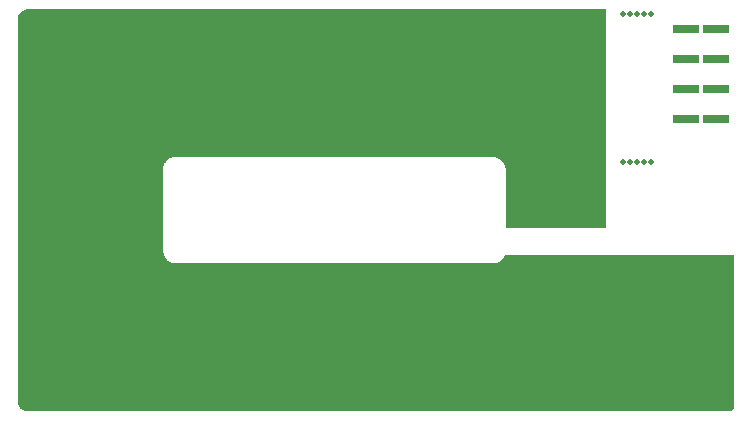
<source format=gbl>
G04*
G04 #@! TF.GenerationSoftware,Altium Limited,Altium Designer,18.1.7 (191)*
G04*
G04 Layer_Physical_Order=4*
G04 Layer_Color=16711680*
%FSLAX44Y44*%
%MOMM*%
G71*
G01*
G75*
%ADD13R,2.2900X0.7600*%
%ADD14C,0.5000*%
G36*
X230000Y132500D02*
Y-15000D01*
X145049D01*
Y33750D01*
Y34612D01*
X145000Y34858D01*
Y35109D01*
X144664Y36800D01*
X144568Y37032D01*
X144519Y37278D01*
X143859Y38870D01*
X143720Y39079D01*
X143624Y39311D01*
X142666Y40744D01*
X142488Y40921D01*
X142349Y41130D01*
X141130Y42349D01*
X140921Y42488D01*
X140744Y42666D01*
X139311Y43623D01*
X139079Y43720D01*
X138870Y43859D01*
X137278Y44519D01*
X137032Y44568D01*
X136800Y44664D01*
X135109Y45000D01*
X134858D01*
X134612Y45049D01*
X-135739D01*
X-135985Y45000D01*
X-136236D01*
X-137685Y44712D01*
X-137917Y44616D01*
X-138163Y44567D01*
X-139528Y44001D01*
X-139737Y43862D01*
X-139969Y43766D01*
X-141197Y42945D01*
X-141375Y42768D01*
X-141583Y42628D01*
X-142628Y41583D01*
X-142767Y41375D01*
X-142945Y41197D01*
X-143766Y39969D01*
X-143862Y39737D01*
X-144001Y39528D01*
X-144567Y38163D01*
X-144616Y37917D01*
X-144712Y37685D01*
X-145000Y36236D01*
Y35985D01*
X-145049Y35739D01*
Y35000D01*
Y-33750D01*
X-145049Y-34612D01*
X-145000Y-34858D01*
Y-35109D01*
X-144664Y-36800D01*
X-144568Y-37032D01*
X-144519Y-37278D01*
X-143859Y-38870D01*
X-143720Y-39079D01*
X-143624Y-39311D01*
X-142666Y-40744D01*
X-142488Y-40921D01*
X-142349Y-41130D01*
X-141990Y-41489D01*
Y-43010D01*
X-140229D01*
X-139311Y-43623D01*
X-139079Y-43720D01*
X-138870Y-43859D01*
X-137278Y-44519D01*
X-137031Y-44568D01*
X-136800Y-44664D01*
X-135109Y-45000D01*
X-134858D01*
X-134612Y-45049D01*
X-133750Y-45049D01*
X134612D01*
X134858Y-45000D01*
X135109D01*
X136799Y-44664D01*
X137031Y-44568D01*
X137278Y-44519D01*
X138870Y-43859D01*
X139079Y-43720D01*
X139311Y-43623D01*
X140744Y-42666D01*
X140921Y-42488D01*
X141130Y-42349D01*
X142349Y-41130D01*
X142488Y-40922D01*
X142666Y-40744D01*
X143624Y-39311D01*
X143720Y-39079D01*
X143859Y-38870D01*
X144215Y-38010D01*
X275000D01*
Y-37500D01*
X337961D01*
Y-167000D01*
Y-167589D01*
X337510Y-168677D01*
X336677Y-169510D01*
X335589Y-169961D01*
X-260784D01*
X-262322Y-169655D01*
X-263771Y-169055D01*
X-265075Y-168184D01*
X-266184Y-167075D01*
X-267055Y-165771D01*
X-267655Y-164322D01*
X-267961Y-162784D01*
Y-162000D01*
X-267961Y162000D01*
Y162000D01*
Y162000D01*
X-267961Y162784D01*
X-267655Y164322D01*
X-267055Y165771D01*
X-266184Y167075D01*
X-265075Y168184D01*
X-263771Y169055D01*
X-262322Y169655D01*
X-260784Y169961D01*
X-260000Y169961D01*
X230000D01*
Y132500D01*
D02*
G37*
D13*
X322700Y76900D02*
D03*
X297300D02*
D03*
X322700Y102300D02*
D03*
X297300D02*
D03*
X322700Y127700D02*
D03*
X297300D02*
D03*
X322700Y153100D02*
D03*
X297300D02*
D03*
X322700Y-133100D02*
D03*
X297300D02*
D03*
X322700Y-107700D02*
D03*
X297300D02*
D03*
X322700Y-82300D02*
D03*
X297300D02*
D03*
X322700Y-56900D02*
D03*
X297300D02*
D03*
D14*
X244000Y-167000D02*
D03*
X250000D02*
D03*
X256000D02*
D03*
X262000D02*
D03*
X268000D02*
D03*
X244000Y-42000D02*
D03*
X250000D02*
D03*
X256000D02*
D03*
X262000D02*
D03*
X268000D02*
D03*
X244000Y41000D02*
D03*
X250000D02*
D03*
X256000D02*
D03*
X262000D02*
D03*
X268000D02*
D03*
Y166000D02*
D03*
X262000D02*
D03*
X256000D02*
D03*
X250000D02*
D03*
X244000D02*
D03*
X224000Y3000D02*
D03*
X152000D02*
D03*
X227000Y-12000D02*
D03*
X149000D02*
D03*
X227000Y-2000D02*
D03*
X224000Y-7000D02*
D03*
X221000Y-2000D02*
D03*
X218000Y-7000D02*
D03*
X215000Y-2000D02*
D03*
X212000Y-7000D02*
D03*
X209000Y-2000D02*
D03*
X206000Y-7000D02*
D03*
X203000Y-2000D02*
D03*
X200000Y-7000D02*
D03*
X197000Y-2000D02*
D03*
X194000Y-7000D02*
D03*
X191000Y-2000D02*
D03*
X188000Y-7000D02*
D03*
X185000Y-2000D02*
D03*
X182000Y-7000D02*
D03*
X179000Y-2000D02*
D03*
X176000Y-7000D02*
D03*
X173000Y-2000D02*
D03*
X170000Y-7000D02*
D03*
X167000Y-2000D02*
D03*
X164000Y-7000D02*
D03*
X158000D02*
D03*
X152000D02*
D03*
X161000Y-2000D02*
D03*
X155000D02*
D03*
X149000D02*
D03*
M02*

</source>
